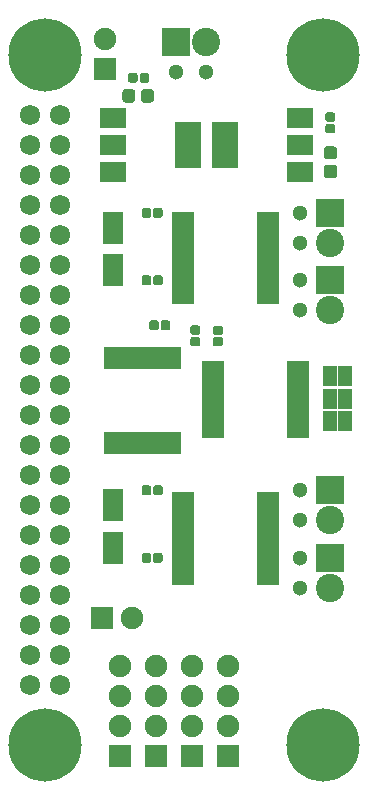
<source format=gts>
G04 #@! TF.GenerationSoftware,KiCad,Pcbnew,(5.0.0)*
G04 #@! TF.CreationDate,2018-10-16T17:28:41+01:00*
G04 #@! TF.ProjectId,Motor_Toshiba_Shield,4D6F746F725F546F73686962615F5368,rev?*
G04 #@! TF.SameCoordinates,Original*
G04 #@! TF.FileFunction,Soldermask,Top*
G04 #@! TF.FilePolarity,Negative*
%FSLAX46Y46*%
G04 Gerber Fmt 4.6, Leading zero omitted, Abs format (unit mm)*
G04 Created by KiCad (PCBNEW (5.0.0)) date 10/16/18 17:28:41*
%MOMM*%
%LPD*%
G01*
G04 APERTURE LIST*
%ADD10R,1.950000X0.650000*%
%ADD11C,0.100000*%
%ADD12C,0.790000*%
%ADD13C,1.075000*%
%ADD14R,1.800000X2.800000*%
%ADD15R,2.400000X2.400000*%
%ADD16C,1.300000*%
%ADD17C,2.400000*%
%ADD18O,1.900000X1.900000*%
%ADD19R,1.900000X1.900000*%
%ADD20R,2.200000X4.000000*%
%ADD21R,2.200000X1.700000*%
%ADD22C,6.200000*%
%ADD23C,1.724000*%
%ADD24R,0.650000X1.950000*%
%ADD25R,1.200000X1.700000*%
G04 APERTURE END LIST*
D10*
G04 #@! TO.C,U3*
X131870000Y-97484000D03*
X131870000Y-96834000D03*
X131870000Y-96184000D03*
X131870000Y-95534000D03*
X131870000Y-94884000D03*
X131870000Y-94234000D03*
X131870000Y-93584000D03*
X131870000Y-92934000D03*
X131870000Y-92284000D03*
X131870000Y-91634000D03*
X124670000Y-91634000D03*
X124670000Y-92284000D03*
X124670000Y-92934000D03*
X124670000Y-93584000D03*
X124670000Y-94234000D03*
X124670000Y-94884000D03*
X124670000Y-95534000D03*
X124670000Y-96184000D03*
X124670000Y-96834000D03*
X124670000Y-97484000D03*
G04 #@! TD*
D11*
G04 #@! TO.C,C1*
G36*
X134861858Y-70240951D02*
X134881030Y-70243795D01*
X134899831Y-70248504D01*
X134918080Y-70255034D01*
X134935601Y-70263321D01*
X134952225Y-70273285D01*
X134967793Y-70284830D01*
X134982154Y-70297846D01*
X134995170Y-70312207D01*
X135006715Y-70327775D01*
X135016679Y-70344399D01*
X135024966Y-70361920D01*
X135031496Y-70380169D01*
X135036205Y-70398970D01*
X135039049Y-70418142D01*
X135040000Y-70437500D01*
X135040000Y-70832500D01*
X135039049Y-70851858D01*
X135036205Y-70871030D01*
X135031496Y-70889831D01*
X135024966Y-70908080D01*
X135016679Y-70925601D01*
X135006715Y-70942225D01*
X134995170Y-70957793D01*
X134982154Y-70972154D01*
X134967793Y-70985170D01*
X134952225Y-70996715D01*
X134935601Y-71006679D01*
X134918080Y-71014966D01*
X134899831Y-71021496D01*
X134881030Y-71026205D01*
X134861858Y-71029049D01*
X134842500Y-71030000D01*
X134397500Y-71030000D01*
X134378142Y-71029049D01*
X134358970Y-71026205D01*
X134340169Y-71021496D01*
X134321920Y-71014966D01*
X134304399Y-71006679D01*
X134287775Y-70996715D01*
X134272207Y-70985170D01*
X134257846Y-70972154D01*
X134244830Y-70957793D01*
X134233285Y-70942225D01*
X134223321Y-70925601D01*
X134215034Y-70908080D01*
X134208504Y-70889831D01*
X134203795Y-70871030D01*
X134200951Y-70851858D01*
X134200000Y-70832500D01*
X134200000Y-70437500D01*
X134200951Y-70418142D01*
X134203795Y-70398970D01*
X134208504Y-70380169D01*
X134215034Y-70361920D01*
X134223321Y-70344399D01*
X134233285Y-70327775D01*
X134244830Y-70312207D01*
X134257846Y-70297846D01*
X134272207Y-70284830D01*
X134287775Y-70273285D01*
X134304399Y-70263321D01*
X134321920Y-70255034D01*
X134340169Y-70248504D01*
X134358970Y-70243795D01*
X134378142Y-70240951D01*
X134397500Y-70240000D01*
X134842500Y-70240000D01*
X134861858Y-70240951D01*
X134861858Y-70240951D01*
G37*
D12*
X134620000Y-70635000D03*
D11*
G36*
X134861858Y-71210951D02*
X134881030Y-71213795D01*
X134899831Y-71218504D01*
X134918080Y-71225034D01*
X134935601Y-71233321D01*
X134952225Y-71243285D01*
X134967793Y-71254830D01*
X134982154Y-71267846D01*
X134995170Y-71282207D01*
X135006715Y-71297775D01*
X135016679Y-71314399D01*
X135024966Y-71331920D01*
X135031496Y-71350169D01*
X135036205Y-71368970D01*
X135039049Y-71388142D01*
X135040000Y-71407500D01*
X135040000Y-71802500D01*
X135039049Y-71821858D01*
X135036205Y-71841030D01*
X135031496Y-71859831D01*
X135024966Y-71878080D01*
X135016679Y-71895601D01*
X135006715Y-71912225D01*
X134995170Y-71927793D01*
X134982154Y-71942154D01*
X134967793Y-71955170D01*
X134952225Y-71966715D01*
X134935601Y-71976679D01*
X134918080Y-71984966D01*
X134899831Y-71991496D01*
X134881030Y-71996205D01*
X134861858Y-71999049D01*
X134842500Y-72000000D01*
X134397500Y-72000000D01*
X134378142Y-71999049D01*
X134358970Y-71996205D01*
X134340169Y-71991496D01*
X134321920Y-71984966D01*
X134304399Y-71976679D01*
X134287775Y-71966715D01*
X134272207Y-71955170D01*
X134257846Y-71942154D01*
X134244830Y-71927793D01*
X134233285Y-71912225D01*
X134223321Y-71895601D01*
X134215034Y-71878080D01*
X134208504Y-71859831D01*
X134203795Y-71841030D01*
X134200951Y-71821858D01*
X134200000Y-71802500D01*
X134200000Y-71407500D01*
X134200951Y-71388142D01*
X134203795Y-71368970D01*
X134208504Y-71350169D01*
X134215034Y-71331920D01*
X134223321Y-71314399D01*
X134233285Y-71297775D01*
X134244830Y-71282207D01*
X134257846Y-71267846D01*
X134272207Y-71254830D01*
X134287775Y-71243285D01*
X134304399Y-71233321D01*
X134321920Y-71225034D01*
X134340169Y-71218504D01*
X134358970Y-71213795D01*
X134378142Y-71210951D01*
X134397500Y-71210000D01*
X134842500Y-71210000D01*
X134861858Y-71210951D01*
X134861858Y-71210951D01*
G37*
D12*
X134620000Y-71605000D03*
G04 #@! TD*
D11*
G04 #@! TO.C,C2*
G36*
X134952592Y-73123794D02*
X134978681Y-73127664D01*
X135004264Y-73134072D01*
X135029096Y-73142957D01*
X135052938Y-73154234D01*
X135075560Y-73167793D01*
X135096743Y-73183503D01*
X135116285Y-73201215D01*
X135133997Y-73220757D01*
X135149707Y-73241940D01*
X135163266Y-73264562D01*
X135174543Y-73288404D01*
X135183428Y-73313236D01*
X135189836Y-73338819D01*
X135193706Y-73364908D01*
X135195000Y-73391250D01*
X135195000Y-73928750D01*
X135193706Y-73955092D01*
X135189836Y-73981181D01*
X135183428Y-74006764D01*
X135174543Y-74031596D01*
X135163266Y-74055438D01*
X135149707Y-74078060D01*
X135133997Y-74099243D01*
X135116285Y-74118785D01*
X135096743Y-74136497D01*
X135075560Y-74152207D01*
X135052938Y-74165766D01*
X135029096Y-74177043D01*
X135004264Y-74185928D01*
X134978681Y-74192336D01*
X134952592Y-74196206D01*
X134926250Y-74197500D01*
X134313750Y-74197500D01*
X134287408Y-74196206D01*
X134261319Y-74192336D01*
X134235736Y-74185928D01*
X134210904Y-74177043D01*
X134187062Y-74165766D01*
X134164440Y-74152207D01*
X134143257Y-74136497D01*
X134123715Y-74118785D01*
X134106003Y-74099243D01*
X134090293Y-74078060D01*
X134076734Y-74055438D01*
X134065457Y-74031596D01*
X134056572Y-74006764D01*
X134050164Y-73981181D01*
X134046294Y-73955092D01*
X134045000Y-73928750D01*
X134045000Y-73391250D01*
X134046294Y-73364908D01*
X134050164Y-73338819D01*
X134056572Y-73313236D01*
X134065457Y-73288404D01*
X134076734Y-73264562D01*
X134090293Y-73241940D01*
X134106003Y-73220757D01*
X134123715Y-73201215D01*
X134143257Y-73183503D01*
X134164440Y-73167793D01*
X134187062Y-73154234D01*
X134210904Y-73142957D01*
X134235736Y-73134072D01*
X134261319Y-73127664D01*
X134287408Y-73123794D01*
X134313750Y-73122500D01*
X134926250Y-73122500D01*
X134952592Y-73123794D01*
X134952592Y-73123794D01*
G37*
D13*
X134620000Y-73660000D03*
D11*
G36*
X134952592Y-74698794D02*
X134978681Y-74702664D01*
X135004264Y-74709072D01*
X135029096Y-74717957D01*
X135052938Y-74729234D01*
X135075560Y-74742793D01*
X135096743Y-74758503D01*
X135116285Y-74776215D01*
X135133997Y-74795757D01*
X135149707Y-74816940D01*
X135163266Y-74839562D01*
X135174543Y-74863404D01*
X135183428Y-74888236D01*
X135189836Y-74913819D01*
X135193706Y-74939908D01*
X135195000Y-74966250D01*
X135195000Y-75503750D01*
X135193706Y-75530092D01*
X135189836Y-75556181D01*
X135183428Y-75581764D01*
X135174543Y-75606596D01*
X135163266Y-75630438D01*
X135149707Y-75653060D01*
X135133997Y-75674243D01*
X135116285Y-75693785D01*
X135096743Y-75711497D01*
X135075560Y-75727207D01*
X135052938Y-75740766D01*
X135029096Y-75752043D01*
X135004264Y-75760928D01*
X134978681Y-75767336D01*
X134952592Y-75771206D01*
X134926250Y-75772500D01*
X134313750Y-75772500D01*
X134287408Y-75771206D01*
X134261319Y-75767336D01*
X134235736Y-75760928D01*
X134210904Y-75752043D01*
X134187062Y-75740766D01*
X134164440Y-75727207D01*
X134143257Y-75711497D01*
X134123715Y-75693785D01*
X134106003Y-75674243D01*
X134090293Y-75653060D01*
X134076734Y-75630438D01*
X134065457Y-75606596D01*
X134056572Y-75581764D01*
X134050164Y-75556181D01*
X134046294Y-75530092D01*
X134045000Y-75503750D01*
X134045000Y-74966250D01*
X134046294Y-74939908D01*
X134050164Y-74913819D01*
X134056572Y-74888236D01*
X134065457Y-74863404D01*
X134076734Y-74839562D01*
X134090293Y-74816940D01*
X134106003Y-74795757D01*
X134123715Y-74776215D01*
X134143257Y-74758503D01*
X134164440Y-74742793D01*
X134187062Y-74729234D01*
X134210904Y-74717957D01*
X134235736Y-74709072D01*
X134261319Y-74702664D01*
X134287408Y-74698794D01*
X134313750Y-74697500D01*
X134926250Y-74697500D01*
X134952592Y-74698794D01*
X134952592Y-74698794D01*
G37*
D13*
X134620000Y-75235000D03*
G04 #@! TD*
D11*
G04 #@! TO.C,C3*
G36*
X119261858Y-107530951D02*
X119281030Y-107533795D01*
X119299831Y-107538504D01*
X119318080Y-107545034D01*
X119335601Y-107553321D01*
X119352225Y-107563285D01*
X119367793Y-107574830D01*
X119382154Y-107587846D01*
X119395170Y-107602207D01*
X119406715Y-107617775D01*
X119416679Y-107634399D01*
X119424966Y-107651920D01*
X119431496Y-107670169D01*
X119436205Y-107688970D01*
X119439049Y-107708142D01*
X119440000Y-107727500D01*
X119440000Y-108172500D01*
X119439049Y-108191858D01*
X119436205Y-108211030D01*
X119431496Y-108229831D01*
X119424966Y-108248080D01*
X119416679Y-108265601D01*
X119406715Y-108282225D01*
X119395170Y-108297793D01*
X119382154Y-108312154D01*
X119367793Y-108325170D01*
X119352225Y-108336715D01*
X119335601Y-108346679D01*
X119318080Y-108354966D01*
X119299831Y-108361496D01*
X119281030Y-108366205D01*
X119261858Y-108369049D01*
X119242500Y-108370000D01*
X118847500Y-108370000D01*
X118828142Y-108369049D01*
X118808970Y-108366205D01*
X118790169Y-108361496D01*
X118771920Y-108354966D01*
X118754399Y-108346679D01*
X118737775Y-108336715D01*
X118722207Y-108325170D01*
X118707846Y-108312154D01*
X118694830Y-108297793D01*
X118683285Y-108282225D01*
X118673321Y-108265601D01*
X118665034Y-108248080D01*
X118658504Y-108229831D01*
X118653795Y-108211030D01*
X118650951Y-108191858D01*
X118650000Y-108172500D01*
X118650000Y-107727500D01*
X118650951Y-107708142D01*
X118653795Y-107688970D01*
X118658504Y-107670169D01*
X118665034Y-107651920D01*
X118673321Y-107634399D01*
X118683285Y-107617775D01*
X118694830Y-107602207D01*
X118707846Y-107587846D01*
X118722207Y-107574830D01*
X118737775Y-107563285D01*
X118754399Y-107553321D01*
X118771920Y-107545034D01*
X118790169Y-107538504D01*
X118808970Y-107533795D01*
X118828142Y-107530951D01*
X118847500Y-107530000D01*
X119242500Y-107530000D01*
X119261858Y-107530951D01*
X119261858Y-107530951D01*
G37*
D12*
X119045000Y-107950000D03*
D11*
G36*
X120231858Y-107530951D02*
X120251030Y-107533795D01*
X120269831Y-107538504D01*
X120288080Y-107545034D01*
X120305601Y-107553321D01*
X120322225Y-107563285D01*
X120337793Y-107574830D01*
X120352154Y-107587846D01*
X120365170Y-107602207D01*
X120376715Y-107617775D01*
X120386679Y-107634399D01*
X120394966Y-107651920D01*
X120401496Y-107670169D01*
X120406205Y-107688970D01*
X120409049Y-107708142D01*
X120410000Y-107727500D01*
X120410000Y-108172500D01*
X120409049Y-108191858D01*
X120406205Y-108211030D01*
X120401496Y-108229831D01*
X120394966Y-108248080D01*
X120386679Y-108265601D01*
X120376715Y-108282225D01*
X120365170Y-108297793D01*
X120352154Y-108312154D01*
X120337793Y-108325170D01*
X120322225Y-108336715D01*
X120305601Y-108346679D01*
X120288080Y-108354966D01*
X120269831Y-108361496D01*
X120251030Y-108366205D01*
X120231858Y-108369049D01*
X120212500Y-108370000D01*
X119817500Y-108370000D01*
X119798142Y-108369049D01*
X119778970Y-108366205D01*
X119760169Y-108361496D01*
X119741920Y-108354966D01*
X119724399Y-108346679D01*
X119707775Y-108336715D01*
X119692207Y-108325170D01*
X119677846Y-108312154D01*
X119664830Y-108297793D01*
X119653285Y-108282225D01*
X119643321Y-108265601D01*
X119635034Y-108248080D01*
X119628504Y-108229831D01*
X119623795Y-108211030D01*
X119620951Y-108191858D01*
X119620000Y-108172500D01*
X119620000Y-107727500D01*
X119620951Y-107708142D01*
X119623795Y-107688970D01*
X119628504Y-107670169D01*
X119635034Y-107651920D01*
X119643321Y-107634399D01*
X119653285Y-107617775D01*
X119664830Y-107602207D01*
X119677846Y-107587846D01*
X119692207Y-107574830D01*
X119707775Y-107563285D01*
X119724399Y-107553321D01*
X119741920Y-107545034D01*
X119760169Y-107538504D01*
X119778970Y-107533795D01*
X119798142Y-107530951D01*
X119817500Y-107530000D01*
X120212500Y-107530000D01*
X120231858Y-107530951D01*
X120231858Y-107530951D01*
G37*
D12*
X120015000Y-107950000D03*
G04 #@! TD*
D11*
G04 #@! TO.C,C4*
G36*
X120231858Y-84035951D02*
X120251030Y-84038795D01*
X120269831Y-84043504D01*
X120288080Y-84050034D01*
X120305601Y-84058321D01*
X120322225Y-84068285D01*
X120337793Y-84079830D01*
X120352154Y-84092846D01*
X120365170Y-84107207D01*
X120376715Y-84122775D01*
X120386679Y-84139399D01*
X120394966Y-84156920D01*
X120401496Y-84175169D01*
X120406205Y-84193970D01*
X120409049Y-84213142D01*
X120410000Y-84232500D01*
X120410000Y-84677500D01*
X120409049Y-84696858D01*
X120406205Y-84716030D01*
X120401496Y-84734831D01*
X120394966Y-84753080D01*
X120386679Y-84770601D01*
X120376715Y-84787225D01*
X120365170Y-84802793D01*
X120352154Y-84817154D01*
X120337793Y-84830170D01*
X120322225Y-84841715D01*
X120305601Y-84851679D01*
X120288080Y-84859966D01*
X120269831Y-84866496D01*
X120251030Y-84871205D01*
X120231858Y-84874049D01*
X120212500Y-84875000D01*
X119817500Y-84875000D01*
X119798142Y-84874049D01*
X119778970Y-84871205D01*
X119760169Y-84866496D01*
X119741920Y-84859966D01*
X119724399Y-84851679D01*
X119707775Y-84841715D01*
X119692207Y-84830170D01*
X119677846Y-84817154D01*
X119664830Y-84802793D01*
X119653285Y-84787225D01*
X119643321Y-84770601D01*
X119635034Y-84753080D01*
X119628504Y-84734831D01*
X119623795Y-84716030D01*
X119620951Y-84696858D01*
X119620000Y-84677500D01*
X119620000Y-84232500D01*
X119620951Y-84213142D01*
X119623795Y-84193970D01*
X119628504Y-84175169D01*
X119635034Y-84156920D01*
X119643321Y-84139399D01*
X119653285Y-84122775D01*
X119664830Y-84107207D01*
X119677846Y-84092846D01*
X119692207Y-84079830D01*
X119707775Y-84068285D01*
X119724399Y-84058321D01*
X119741920Y-84050034D01*
X119760169Y-84043504D01*
X119778970Y-84038795D01*
X119798142Y-84035951D01*
X119817500Y-84035000D01*
X120212500Y-84035000D01*
X120231858Y-84035951D01*
X120231858Y-84035951D01*
G37*
D12*
X120015000Y-84455000D03*
D11*
G36*
X119261858Y-84035951D02*
X119281030Y-84038795D01*
X119299831Y-84043504D01*
X119318080Y-84050034D01*
X119335601Y-84058321D01*
X119352225Y-84068285D01*
X119367793Y-84079830D01*
X119382154Y-84092846D01*
X119395170Y-84107207D01*
X119406715Y-84122775D01*
X119416679Y-84139399D01*
X119424966Y-84156920D01*
X119431496Y-84175169D01*
X119436205Y-84193970D01*
X119439049Y-84213142D01*
X119440000Y-84232500D01*
X119440000Y-84677500D01*
X119439049Y-84696858D01*
X119436205Y-84716030D01*
X119431496Y-84734831D01*
X119424966Y-84753080D01*
X119416679Y-84770601D01*
X119406715Y-84787225D01*
X119395170Y-84802793D01*
X119382154Y-84817154D01*
X119367793Y-84830170D01*
X119352225Y-84841715D01*
X119335601Y-84851679D01*
X119318080Y-84859966D01*
X119299831Y-84866496D01*
X119281030Y-84871205D01*
X119261858Y-84874049D01*
X119242500Y-84875000D01*
X118847500Y-84875000D01*
X118828142Y-84874049D01*
X118808970Y-84871205D01*
X118790169Y-84866496D01*
X118771920Y-84859966D01*
X118754399Y-84851679D01*
X118737775Y-84841715D01*
X118722207Y-84830170D01*
X118707846Y-84817154D01*
X118694830Y-84802793D01*
X118683285Y-84787225D01*
X118673321Y-84770601D01*
X118665034Y-84753080D01*
X118658504Y-84734831D01*
X118653795Y-84716030D01*
X118650951Y-84696858D01*
X118650000Y-84677500D01*
X118650000Y-84232500D01*
X118650951Y-84213142D01*
X118653795Y-84193970D01*
X118658504Y-84175169D01*
X118665034Y-84156920D01*
X118673321Y-84139399D01*
X118683285Y-84122775D01*
X118694830Y-84107207D01*
X118707846Y-84092846D01*
X118722207Y-84079830D01*
X118737775Y-84068285D01*
X118754399Y-84058321D01*
X118771920Y-84050034D01*
X118790169Y-84043504D01*
X118808970Y-84038795D01*
X118828142Y-84035951D01*
X118847500Y-84035000D01*
X119242500Y-84035000D01*
X119261858Y-84035951D01*
X119261858Y-84035951D01*
G37*
D12*
X119045000Y-84455000D03*
G04 #@! TD*
D14*
G04 #@! TO.C,C5*
X116205000Y-103505000D03*
X116205000Y-107105000D03*
G04 #@! TD*
G04 #@! TO.C,C6*
X116205000Y-83610000D03*
X116205000Y-80010000D03*
G04 #@! TD*
D11*
G04 #@! TO.C,C9*
G36*
X119261858Y-101815951D02*
X119281030Y-101818795D01*
X119299831Y-101823504D01*
X119318080Y-101830034D01*
X119335601Y-101838321D01*
X119352225Y-101848285D01*
X119367793Y-101859830D01*
X119382154Y-101872846D01*
X119395170Y-101887207D01*
X119406715Y-101902775D01*
X119416679Y-101919399D01*
X119424966Y-101936920D01*
X119431496Y-101955169D01*
X119436205Y-101973970D01*
X119439049Y-101993142D01*
X119440000Y-102012500D01*
X119440000Y-102457500D01*
X119439049Y-102476858D01*
X119436205Y-102496030D01*
X119431496Y-102514831D01*
X119424966Y-102533080D01*
X119416679Y-102550601D01*
X119406715Y-102567225D01*
X119395170Y-102582793D01*
X119382154Y-102597154D01*
X119367793Y-102610170D01*
X119352225Y-102621715D01*
X119335601Y-102631679D01*
X119318080Y-102639966D01*
X119299831Y-102646496D01*
X119281030Y-102651205D01*
X119261858Y-102654049D01*
X119242500Y-102655000D01*
X118847500Y-102655000D01*
X118828142Y-102654049D01*
X118808970Y-102651205D01*
X118790169Y-102646496D01*
X118771920Y-102639966D01*
X118754399Y-102631679D01*
X118737775Y-102621715D01*
X118722207Y-102610170D01*
X118707846Y-102597154D01*
X118694830Y-102582793D01*
X118683285Y-102567225D01*
X118673321Y-102550601D01*
X118665034Y-102533080D01*
X118658504Y-102514831D01*
X118653795Y-102496030D01*
X118650951Y-102476858D01*
X118650000Y-102457500D01*
X118650000Y-102012500D01*
X118650951Y-101993142D01*
X118653795Y-101973970D01*
X118658504Y-101955169D01*
X118665034Y-101936920D01*
X118673321Y-101919399D01*
X118683285Y-101902775D01*
X118694830Y-101887207D01*
X118707846Y-101872846D01*
X118722207Y-101859830D01*
X118737775Y-101848285D01*
X118754399Y-101838321D01*
X118771920Y-101830034D01*
X118790169Y-101823504D01*
X118808970Y-101818795D01*
X118828142Y-101815951D01*
X118847500Y-101815000D01*
X119242500Y-101815000D01*
X119261858Y-101815951D01*
X119261858Y-101815951D01*
G37*
D12*
X119045000Y-102235000D03*
D11*
G36*
X120231858Y-101815951D02*
X120251030Y-101818795D01*
X120269831Y-101823504D01*
X120288080Y-101830034D01*
X120305601Y-101838321D01*
X120322225Y-101848285D01*
X120337793Y-101859830D01*
X120352154Y-101872846D01*
X120365170Y-101887207D01*
X120376715Y-101902775D01*
X120386679Y-101919399D01*
X120394966Y-101936920D01*
X120401496Y-101955169D01*
X120406205Y-101973970D01*
X120409049Y-101993142D01*
X120410000Y-102012500D01*
X120410000Y-102457500D01*
X120409049Y-102476858D01*
X120406205Y-102496030D01*
X120401496Y-102514831D01*
X120394966Y-102533080D01*
X120386679Y-102550601D01*
X120376715Y-102567225D01*
X120365170Y-102582793D01*
X120352154Y-102597154D01*
X120337793Y-102610170D01*
X120322225Y-102621715D01*
X120305601Y-102631679D01*
X120288080Y-102639966D01*
X120269831Y-102646496D01*
X120251030Y-102651205D01*
X120231858Y-102654049D01*
X120212500Y-102655000D01*
X119817500Y-102655000D01*
X119798142Y-102654049D01*
X119778970Y-102651205D01*
X119760169Y-102646496D01*
X119741920Y-102639966D01*
X119724399Y-102631679D01*
X119707775Y-102621715D01*
X119692207Y-102610170D01*
X119677846Y-102597154D01*
X119664830Y-102582793D01*
X119653285Y-102567225D01*
X119643321Y-102550601D01*
X119635034Y-102533080D01*
X119628504Y-102514831D01*
X119623795Y-102496030D01*
X119620951Y-102476858D01*
X119620000Y-102457500D01*
X119620000Y-102012500D01*
X119620951Y-101993142D01*
X119623795Y-101973970D01*
X119628504Y-101955169D01*
X119635034Y-101936920D01*
X119643321Y-101919399D01*
X119653285Y-101902775D01*
X119664830Y-101887207D01*
X119677846Y-101872846D01*
X119692207Y-101859830D01*
X119707775Y-101848285D01*
X119724399Y-101838321D01*
X119741920Y-101830034D01*
X119760169Y-101823504D01*
X119778970Y-101818795D01*
X119798142Y-101815951D01*
X119817500Y-101815000D01*
X120212500Y-101815000D01*
X120231858Y-101815951D01*
X120231858Y-101815951D01*
G37*
D12*
X120015000Y-102235000D03*
G04 #@! TD*
D11*
G04 #@! TO.C,C10*
G36*
X120231858Y-78320951D02*
X120251030Y-78323795D01*
X120269831Y-78328504D01*
X120288080Y-78335034D01*
X120305601Y-78343321D01*
X120322225Y-78353285D01*
X120337793Y-78364830D01*
X120352154Y-78377846D01*
X120365170Y-78392207D01*
X120376715Y-78407775D01*
X120386679Y-78424399D01*
X120394966Y-78441920D01*
X120401496Y-78460169D01*
X120406205Y-78478970D01*
X120409049Y-78498142D01*
X120410000Y-78517500D01*
X120410000Y-78962500D01*
X120409049Y-78981858D01*
X120406205Y-79001030D01*
X120401496Y-79019831D01*
X120394966Y-79038080D01*
X120386679Y-79055601D01*
X120376715Y-79072225D01*
X120365170Y-79087793D01*
X120352154Y-79102154D01*
X120337793Y-79115170D01*
X120322225Y-79126715D01*
X120305601Y-79136679D01*
X120288080Y-79144966D01*
X120269831Y-79151496D01*
X120251030Y-79156205D01*
X120231858Y-79159049D01*
X120212500Y-79160000D01*
X119817500Y-79160000D01*
X119798142Y-79159049D01*
X119778970Y-79156205D01*
X119760169Y-79151496D01*
X119741920Y-79144966D01*
X119724399Y-79136679D01*
X119707775Y-79126715D01*
X119692207Y-79115170D01*
X119677846Y-79102154D01*
X119664830Y-79087793D01*
X119653285Y-79072225D01*
X119643321Y-79055601D01*
X119635034Y-79038080D01*
X119628504Y-79019831D01*
X119623795Y-79001030D01*
X119620951Y-78981858D01*
X119620000Y-78962500D01*
X119620000Y-78517500D01*
X119620951Y-78498142D01*
X119623795Y-78478970D01*
X119628504Y-78460169D01*
X119635034Y-78441920D01*
X119643321Y-78424399D01*
X119653285Y-78407775D01*
X119664830Y-78392207D01*
X119677846Y-78377846D01*
X119692207Y-78364830D01*
X119707775Y-78353285D01*
X119724399Y-78343321D01*
X119741920Y-78335034D01*
X119760169Y-78328504D01*
X119778970Y-78323795D01*
X119798142Y-78320951D01*
X119817500Y-78320000D01*
X120212500Y-78320000D01*
X120231858Y-78320951D01*
X120231858Y-78320951D01*
G37*
D12*
X120015000Y-78740000D03*
D11*
G36*
X119261858Y-78320951D02*
X119281030Y-78323795D01*
X119299831Y-78328504D01*
X119318080Y-78335034D01*
X119335601Y-78343321D01*
X119352225Y-78353285D01*
X119367793Y-78364830D01*
X119382154Y-78377846D01*
X119395170Y-78392207D01*
X119406715Y-78407775D01*
X119416679Y-78424399D01*
X119424966Y-78441920D01*
X119431496Y-78460169D01*
X119436205Y-78478970D01*
X119439049Y-78498142D01*
X119440000Y-78517500D01*
X119440000Y-78962500D01*
X119439049Y-78981858D01*
X119436205Y-79001030D01*
X119431496Y-79019831D01*
X119424966Y-79038080D01*
X119416679Y-79055601D01*
X119406715Y-79072225D01*
X119395170Y-79087793D01*
X119382154Y-79102154D01*
X119367793Y-79115170D01*
X119352225Y-79126715D01*
X119335601Y-79136679D01*
X119318080Y-79144966D01*
X119299831Y-79151496D01*
X119281030Y-79156205D01*
X119261858Y-79159049D01*
X119242500Y-79160000D01*
X118847500Y-79160000D01*
X118828142Y-79159049D01*
X118808970Y-79156205D01*
X118790169Y-79151496D01*
X118771920Y-79144966D01*
X118754399Y-79136679D01*
X118737775Y-79126715D01*
X118722207Y-79115170D01*
X118707846Y-79102154D01*
X118694830Y-79087793D01*
X118683285Y-79072225D01*
X118673321Y-79055601D01*
X118665034Y-79038080D01*
X118658504Y-79019831D01*
X118653795Y-79001030D01*
X118650951Y-78981858D01*
X118650000Y-78962500D01*
X118650000Y-78517500D01*
X118650951Y-78498142D01*
X118653795Y-78478970D01*
X118658504Y-78460169D01*
X118665034Y-78441920D01*
X118673321Y-78424399D01*
X118683285Y-78407775D01*
X118694830Y-78392207D01*
X118707846Y-78377846D01*
X118722207Y-78364830D01*
X118737775Y-78353285D01*
X118754399Y-78343321D01*
X118771920Y-78335034D01*
X118790169Y-78328504D01*
X118808970Y-78323795D01*
X118828142Y-78320951D01*
X118847500Y-78320000D01*
X119242500Y-78320000D01*
X119261858Y-78320951D01*
X119261858Y-78320951D01*
G37*
D12*
X119045000Y-78740000D03*
G04 #@! TD*
D11*
G04 #@! TO.C,C11*
G36*
X123431858Y-89244951D02*
X123451030Y-89247795D01*
X123469831Y-89252504D01*
X123488080Y-89259034D01*
X123505601Y-89267321D01*
X123522225Y-89277285D01*
X123537793Y-89288830D01*
X123552154Y-89301846D01*
X123565170Y-89316207D01*
X123576715Y-89331775D01*
X123586679Y-89348399D01*
X123594966Y-89365920D01*
X123601496Y-89384169D01*
X123606205Y-89402970D01*
X123609049Y-89422142D01*
X123610000Y-89441500D01*
X123610000Y-89836500D01*
X123609049Y-89855858D01*
X123606205Y-89875030D01*
X123601496Y-89893831D01*
X123594966Y-89912080D01*
X123586679Y-89929601D01*
X123576715Y-89946225D01*
X123565170Y-89961793D01*
X123552154Y-89976154D01*
X123537793Y-89989170D01*
X123522225Y-90000715D01*
X123505601Y-90010679D01*
X123488080Y-90018966D01*
X123469831Y-90025496D01*
X123451030Y-90030205D01*
X123431858Y-90033049D01*
X123412500Y-90034000D01*
X122967500Y-90034000D01*
X122948142Y-90033049D01*
X122928970Y-90030205D01*
X122910169Y-90025496D01*
X122891920Y-90018966D01*
X122874399Y-90010679D01*
X122857775Y-90000715D01*
X122842207Y-89989170D01*
X122827846Y-89976154D01*
X122814830Y-89961793D01*
X122803285Y-89946225D01*
X122793321Y-89929601D01*
X122785034Y-89912080D01*
X122778504Y-89893831D01*
X122773795Y-89875030D01*
X122770951Y-89855858D01*
X122770000Y-89836500D01*
X122770000Y-89441500D01*
X122770951Y-89422142D01*
X122773795Y-89402970D01*
X122778504Y-89384169D01*
X122785034Y-89365920D01*
X122793321Y-89348399D01*
X122803285Y-89331775D01*
X122814830Y-89316207D01*
X122827846Y-89301846D01*
X122842207Y-89288830D01*
X122857775Y-89277285D01*
X122874399Y-89267321D01*
X122891920Y-89259034D01*
X122910169Y-89252504D01*
X122928970Y-89247795D01*
X122948142Y-89244951D01*
X122967500Y-89244000D01*
X123412500Y-89244000D01*
X123431858Y-89244951D01*
X123431858Y-89244951D01*
G37*
D12*
X123190000Y-89639000D03*
D11*
G36*
X123431858Y-88274951D02*
X123451030Y-88277795D01*
X123469831Y-88282504D01*
X123488080Y-88289034D01*
X123505601Y-88297321D01*
X123522225Y-88307285D01*
X123537793Y-88318830D01*
X123552154Y-88331846D01*
X123565170Y-88346207D01*
X123576715Y-88361775D01*
X123586679Y-88378399D01*
X123594966Y-88395920D01*
X123601496Y-88414169D01*
X123606205Y-88432970D01*
X123609049Y-88452142D01*
X123610000Y-88471500D01*
X123610000Y-88866500D01*
X123609049Y-88885858D01*
X123606205Y-88905030D01*
X123601496Y-88923831D01*
X123594966Y-88942080D01*
X123586679Y-88959601D01*
X123576715Y-88976225D01*
X123565170Y-88991793D01*
X123552154Y-89006154D01*
X123537793Y-89019170D01*
X123522225Y-89030715D01*
X123505601Y-89040679D01*
X123488080Y-89048966D01*
X123469831Y-89055496D01*
X123451030Y-89060205D01*
X123431858Y-89063049D01*
X123412500Y-89064000D01*
X122967500Y-89064000D01*
X122948142Y-89063049D01*
X122928970Y-89060205D01*
X122910169Y-89055496D01*
X122891920Y-89048966D01*
X122874399Y-89040679D01*
X122857775Y-89030715D01*
X122842207Y-89019170D01*
X122827846Y-89006154D01*
X122814830Y-88991793D01*
X122803285Y-88976225D01*
X122793321Y-88959601D01*
X122785034Y-88942080D01*
X122778504Y-88923831D01*
X122773795Y-88905030D01*
X122770951Y-88885858D01*
X122770000Y-88866500D01*
X122770000Y-88471500D01*
X122770951Y-88452142D01*
X122773795Y-88432970D01*
X122778504Y-88414169D01*
X122785034Y-88395920D01*
X122793321Y-88378399D01*
X122803285Y-88361775D01*
X122814830Y-88346207D01*
X122827846Y-88331846D01*
X122842207Y-88318830D01*
X122857775Y-88307285D01*
X122874399Y-88297321D01*
X122891920Y-88289034D01*
X122910169Y-88282504D01*
X122928970Y-88277795D01*
X122948142Y-88274951D01*
X122967500Y-88274000D01*
X123412500Y-88274000D01*
X123431858Y-88274951D01*
X123431858Y-88274951D01*
G37*
D12*
X123190000Y-88669000D03*
G04 #@! TD*
D11*
G04 #@! TO.C,D1*
G36*
X117846092Y-68260294D02*
X117872181Y-68264164D01*
X117897764Y-68270572D01*
X117922596Y-68279457D01*
X117946438Y-68290734D01*
X117969060Y-68304293D01*
X117990243Y-68320003D01*
X118009785Y-68337715D01*
X118027497Y-68357257D01*
X118043207Y-68378440D01*
X118056766Y-68401062D01*
X118068043Y-68424904D01*
X118076928Y-68449736D01*
X118083336Y-68475319D01*
X118087206Y-68501408D01*
X118088500Y-68527750D01*
X118088500Y-69140250D01*
X118087206Y-69166592D01*
X118083336Y-69192681D01*
X118076928Y-69218264D01*
X118068043Y-69243096D01*
X118056766Y-69266938D01*
X118043207Y-69289560D01*
X118027497Y-69310743D01*
X118009785Y-69330285D01*
X117990243Y-69347997D01*
X117969060Y-69363707D01*
X117946438Y-69377266D01*
X117922596Y-69388543D01*
X117897764Y-69397428D01*
X117872181Y-69403836D01*
X117846092Y-69407706D01*
X117819750Y-69409000D01*
X117282250Y-69409000D01*
X117255908Y-69407706D01*
X117229819Y-69403836D01*
X117204236Y-69397428D01*
X117179404Y-69388543D01*
X117155562Y-69377266D01*
X117132940Y-69363707D01*
X117111757Y-69347997D01*
X117092215Y-69330285D01*
X117074503Y-69310743D01*
X117058793Y-69289560D01*
X117045234Y-69266938D01*
X117033957Y-69243096D01*
X117025072Y-69218264D01*
X117018664Y-69192681D01*
X117014794Y-69166592D01*
X117013500Y-69140250D01*
X117013500Y-68527750D01*
X117014794Y-68501408D01*
X117018664Y-68475319D01*
X117025072Y-68449736D01*
X117033957Y-68424904D01*
X117045234Y-68401062D01*
X117058793Y-68378440D01*
X117074503Y-68357257D01*
X117092215Y-68337715D01*
X117111757Y-68320003D01*
X117132940Y-68304293D01*
X117155562Y-68290734D01*
X117179404Y-68279457D01*
X117204236Y-68270572D01*
X117229819Y-68264164D01*
X117255908Y-68260294D01*
X117282250Y-68259000D01*
X117819750Y-68259000D01*
X117846092Y-68260294D01*
X117846092Y-68260294D01*
G37*
D13*
X117551000Y-68834000D03*
D11*
G36*
X119421092Y-68260294D02*
X119447181Y-68264164D01*
X119472764Y-68270572D01*
X119497596Y-68279457D01*
X119521438Y-68290734D01*
X119544060Y-68304293D01*
X119565243Y-68320003D01*
X119584785Y-68337715D01*
X119602497Y-68357257D01*
X119618207Y-68378440D01*
X119631766Y-68401062D01*
X119643043Y-68424904D01*
X119651928Y-68449736D01*
X119658336Y-68475319D01*
X119662206Y-68501408D01*
X119663500Y-68527750D01*
X119663500Y-69140250D01*
X119662206Y-69166592D01*
X119658336Y-69192681D01*
X119651928Y-69218264D01*
X119643043Y-69243096D01*
X119631766Y-69266938D01*
X119618207Y-69289560D01*
X119602497Y-69310743D01*
X119584785Y-69330285D01*
X119565243Y-69347997D01*
X119544060Y-69363707D01*
X119521438Y-69377266D01*
X119497596Y-69388543D01*
X119472764Y-69397428D01*
X119447181Y-69403836D01*
X119421092Y-69407706D01*
X119394750Y-69409000D01*
X118857250Y-69409000D01*
X118830908Y-69407706D01*
X118804819Y-69403836D01*
X118779236Y-69397428D01*
X118754404Y-69388543D01*
X118730562Y-69377266D01*
X118707940Y-69363707D01*
X118686757Y-69347997D01*
X118667215Y-69330285D01*
X118649503Y-69310743D01*
X118633793Y-69289560D01*
X118620234Y-69266938D01*
X118608957Y-69243096D01*
X118600072Y-69218264D01*
X118593664Y-69192681D01*
X118589794Y-69166592D01*
X118588500Y-69140250D01*
X118588500Y-68527750D01*
X118589794Y-68501408D01*
X118593664Y-68475319D01*
X118600072Y-68449736D01*
X118608957Y-68424904D01*
X118620234Y-68401062D01*
X118633793Y-68378440D01*
X118649503Y-68357257D01*
X118667215Y-68337715D01*
X118686757Y-68320003D01*
X118707940Y-68304293D01*
X118730562Y-68290734D01*
X118754404Y-68279457D01*
X118779236Y-68270572D01*
X118804819Y-68264164D01*
X118830908Y-68260294D01*
X118857250Y-68259000D01*
X119394750Y-68259000D01*
X119421092Y-68260294D01*
X119421092Y-68260294D01*
G37*
D13*
X119126000Y-68834000D03*
G04 #@! TD*
D15*
G04 #@! TO.C,J1*
X121539000Y-64262000D03*
D16*
X121539000Y-66802000D03*
D17*
X124079000Y-64262000D03*
D16*
X124079000Y-66802000D03*
G04 #@! TD*
D18*
G04 #@! TO.C,J2*
X115570000Y-64008000D03*
D19*
X115570000Y-66548000D03*
G04 #@! TD*
D16*
G04 #@! TO.C,J3*
X132080000Y-110490000D03*
D17*
X134620000Y-110490000D03*
D16*
X132080000Y-107950000D03*
D15*
X134620000Y-107950000D03*
G04 #@! TD*
G04 #@! TO.C,J4*
X134620000Y-102235000D03*
D16*
X132080000Y-102235000D03*
D17*
X134620000Y-104775000D03*
D16*
X132080000Y-104775000D03*
G04 #@! TD*
G04 #@! TO.C,J5*
X132080000Y-86995000D03*
D17*
X134620000Y-86995000D03*
D16*
X132080000Y-84455000D03*
D15*
X134620000Y-84455000D03*
G04 #@! TD*
G04 #@! TO.C,J6*
X134620000Y-78740000D03*
D16*
X132080000Y-78740000D03*
D17*
X134620000Y-81280000D03*
D16*
X132080000Y-81280000D03*
G04 #@! TD*
D19*
G04 #@! TO.C,J7*
X115316000Y-113030000D03*
D18*
X117856000Y-113030000D03*
G04 #@! TD*
D20*
G04 #@! TO.C,Q1*
X122555000Y-73025000D03*
D21*
X116255000Y-73025000D03*
X116255000Y-75325000D03*
X116255000Y-70725000D03*
G04 #@! TD*
D11*
G04 #@! TO.C,R1*
G36*
X119088858Y-66890951D02*
X119108030Y-66893795D01*
X119126831Y-66898504D01*
X119145080Y-66905034D01*
X119162601Y-66913321D01*
X119179225Y-66923285D01*
X119194793Y-66934830D01*
X119209154Y-66947846D01*
X119222170Y-66962207D01*
X119233715Y-66977775D01*
X119243679Y-66994399D01*
X119251966Y-67011920D01*
X119258496Y-67030169D01*
X119263205Y-67048970D01*
X119266049Y-67068142D01*
X119267000Y-67087500D01*
X119267000Y-67532500D01*
X119266049Y-67551858D01*
X119263205Y-67571030D01*
X119258496Y-67589831D01*
X119251966Y-67608080D01*
X119243679Y-67625601D01*
X119233715Y-67642225D01*
X119222170Y-67657793D01*
X119209154Y-67672154D01*
X119194793Y-67685170D01*
X119179225Y-67696715D01*
X119162601Y-67706679D01*
X119145080Y-67714966D01*
X119126831Y-67721496D01*
X119108030Y-67726205D01*
X119088858Y-67729049D01*
X119069500Y-67730000D01*
X118674500Y-67730000D01*
X118655142Y-67729049D01*
X118635970Y-67726205D01*
X118617169Y-67721496D01*
X118598920Y-67714966D01*
X118581399Y-67706679D01*
X118564775Y-67696715D01*
X118549207Y-67685170D01*
X118534846Y-67672154D01*
X118521830Y-67657793D01*
X118510285Y-67642225D01*
X118500321Y-67625601D01*
X118492034Y-67608080D01*
X118485504Y-67589831D01*
X118480795Y-67571030D01*
X118477951Y-67551858D01*
X118477000Y-67532500D01*
X118477000Y-67087500D01*
X118477951Y-67068142D01*
X118480795Y-67048970D01*
X118485504Y-67030169D01*
X118492034Y-67011920D01*
X118500321Y-66994399D01*
X118510285Y-66977775D01*
X118521830Y-66962207D01*
X118534846Y-66947846D01*
X118549207Y-66934830D01*
X118564775Y-66923285D01*
X118581399Y-66913321D01*
X118598920Y-66905034D01*
X118617169Y-66898504D01*
X118635970Y-66893795D01*
X118655142Y-66890951D01*
X118674500Y-66890000D01*
X119069500Y-66890000D01*
X119088858Y-66890951D01*
X119088858Y-66890951D01*
G37*
D12*
X118872000Y-67310000D03*
D11*
G36*
X118118858Y-66890951D02*
X118138030Y-66893795D01*
X118156831Y-66898504D01*
X118175080Y-66905034D01*
X118192601Y-66913321D01*
X118209225Y-66923285D01*
X118224793Y-66934830D01*
X118239154Y-66947846D01*
X118252170Y-66962207D01*
X118263715Y-66977775D01*
X118273679Y-66994399D01*
X118281966Y-67011920D01*
X118288496Y-67030169D01*
X118293205Y-67048970D01*
X118296049Y-67068142D01*
X118297000Y-67087500D01*
X118297000Y-67532500D01*
X118296049Y-67551858D01*
X118293205Y-67571030D01*
X118288496Y-67589831D01*
X118281966Y-67608080D01*
X118273679Y-67625601D01*
X118263715Y-67642225D01*
X118252170Y-67657793D01*
X118239154Y-67672154D01*
X118224793Y-67685170D01*
X118209225Y-67696715D01*
X118192601Y-67706679D01*
X118175080Y-67714966D01*
X118156831Y-67721496D01*
X118138030Y-67726205D01*
X118118858Y-67729049D01*
X118099500Y-67730000D01*
X117704500Y-67730000D01*
X117685142Y-67729049D01*
X117665970Y-67726205D01*
X117647169Y-67721496D01*
X117628920Y-67714966D01*
X117611399Y-67706679D01*
X117594775Y-67696715D01*
X117579207Y-67685170D01*
X117564846Y-67672154D01*
X117551830Y-67657793D01*
X117540285Y-67642225D01*
X117530321Y-67625601D01*
X117522034Y-67608080D01*
X117515504Y-67589831D01*
X117510795Y-67571030D01*
X117507951Y-67551858D01*
X117507000Y-67532500D01*
X117507000Y-67087500D01*
X117507951Y-67068142D01*
X117510795Y-67048970D01*
X117515504Y-67030169D01*
X117522034Y-67011920D01*
X117530321Y-66994399D01*
X117540285Y-66977775D01*
X117551830Y-66962207D01*
X117564846Y-66947846D01*
X117579207Y-66934830D01*
X117594775Y-66923285D01*
X117611399Y-66913321D01*
X117628920Y-66905034D01*
X117647169Y-66898504D01*
X117665970Y-66893795D01*
X117685142Y-66890951D01*
X117704500Y-66890000D01*
X118099500Y-66890000D01*
X118118858Y-66890951D01*
X118118858Y-66890951D01*
G37*
D12*
X117902000Y-67310000D03*
G04 #@! TD*
D11*
G04 #@! TO.C,R2*
G36*
X125336858Y-89267951D02*
X125356030Y-89270795D01*
X125374831Y-89275504D01*
X125393080Y-89282034D01*
X125410601Y-89290321D01*
X125427225Y-89300285D01*
X125442793Y-89311830D01*
X125457154Y-89324846D01*
X125470170Y-89339207D01*
X125481715Y-89354775D01*
X125491679Y-89371399D01*
X125499966Y-89388920D01*
X125506496Y-89407169D01*
X125511205Y-89425970D01*
X125514049Y-89445142D01*
X125515000Y-89464500D01*
X125515000Y-89859500D01*
X125514049Y-89878858D01*
X125511205Y-89898030D01*
X125506496Y-89916831D01*
X125499966Y-89935080D01*
X125491679Y-89952601D01*
X125481715Y-89969225D01*
X125470170Y-89984793D01*
X125457154Y-89999154D01*
X125442793Y-90012170D01*
X125427225Y-90023715D01*
X125410601Y-90033679D01*
X125393080Y-90041966D01*
X125374831Y-90048496D01*
X125356030Y-90053205D01*
X125336858Y-90056049D01*
X125317500Y-90057000D01*
X124872500Y-90057000D01*
X124853142Y-90056049D01*
X124833970Y-90053205D01*
X124815169Y-90048496D01*
X124796920Y-90041966D01*
X124779399Y-90033679D01*
X124762775Y-90023715D01*
X124747207Y-90012170D01*
X124732846Y-89999154D01*
X124719830Y-89984793D01*
X124708285Y-89969225D01*
X124698321Y-89952601D01*
X124690034Y-89935080D01*
X124683504Y-89916831D01*
X124678795Y-89898030D01*
X124675951Y-89878858D01*
X124675000Y-89859500D01*
X124675000Y-89464500D01*
X124675951Y-89445142D01*
X124678795Y-89425970D01*
X124683504Y-89407169D01*
X124690034Y-89388920D01*
X124698321Y-89371399D01*
X124708285Y-89354775D01*
X124719830Y-89339207D01*
X124732846Y-89324846D01*
X124747207Y-89311830D01*
X124762775Y-89300285D01*
X124779399Y-89290321D01*
X124796920Y-89282034D01*
X124815169Y-89275504D01*
X124833970Y-89270795D01*
X124853142Y-89267951D01*
X124872500Y-89267000D01*
X125317500Y-89267000D01*
X125336858Y-89267951D01*
X125336858Y-89267951D01*
G37*
D12*
X125095000Y-89662000D03*
D11*
G36*
X125336858Y-88297951D02*
X125356030Y-88300795D01*
X125374831Y-88305504D01*
X125393080Y-88312034D01*
X125410601Y-88320321D01*
X125427225Y-88330285D01*
X125442793Y-88341830D01*
X125457154Y-88354846D01*
X125470170Y-88369207D01*
X125481715Y-88384775D01*
X125491679Y-88401399D01*
X125499966Y-88418920D01*
X125506496Y-88437169D01*
X125511205Y-88455970D01*
X125514049Y-88475142D01*
X125515000Y-88494500D01*
X125515000Y-88889500D01*
X125514049Y-88908858D01*
X125511205Y-88928030D01*
X125506496Y-88946831D01*
X125499966Y-88965080D01*
X125491679Y-88982601D01*
X125481715Y-88999225D01*
X125470170Y-89014793D01*
X125457154Y-89029154D01*
X125442793Y-89042170D01*
X125427225Y-89053715D01*
X125410601Y-89063679D01*
X125393080Y-89071966D01*
X125374831Y-89078496D01*
X125356030Y-89083205D01*
X125336858Y-89086049D01*
X125317500Y-89087000D01*
X124872500Y-89087000D01*
X124853142Y-89086049D01*
X124833970Y-89083205D01*
X124815169Y-89078496D01*
X124796920Y-89071966D01*
X124779399Y-89063679D01*
X124762775Y-89053715D01*
X124747207Y-89042170D01*
X124732846Y-89029154D01*
X124719830Y-89014793D01*
X124708285Y-88999225D01*
X124698321Y-88982601D01*
X124690034Y-88965080D01*
X124683504Y-88946831D01*
X124678795Y-88928030D01*
X124675951Y-88908858D01*
X124675000Y-88889500D01*
X124675000Y-88494500D01*
X124675951Y-88475142D01*
X124678795Y-88455970D01*
X124683504Y-88437169D01*
X124690034Y-88418920D01*
X124698321Y-88401399D01*
X124708285Y-88384775D01*
X124719830Y-88369207D01*
X124732846Y-88354846D01*
X124747207Y-88341830D01*
X124762775Y-88330285D01*
X124779399Y-88320321D01*
X124796920Y-88312034D01*
X124815169Y-88305504D01*
X124833970Y-88300795D01*
X124853142Y-88297951D01*
X124872500Y-88297000D01*
X125317500Y-88297000D01*
X125336858Y-88297951D01*
X125336858Y-88297951D01*
G37*
D12*
X125095000Y-88692000D03*
G04 #@! TD*
D11*
G04 #@! TO.C,R3*
G36*
X120866858Y-87845951D02*
X120886030Y-87848795D01*
X120904831Y-87853504D01*
X120923080Y-87860034D01*
X120940601Y-87868321D01*
X120957225Y-87878285D01*
X120972793Y-87889830D01*
X120987154Y-87902846D01*
X121000170Y-87917207D01*
X121011715Y-87932775D01*
X121021679Y-87949399D01*
X121029966Y-87966920D01*
X121036496Y-87985169D01*
X121041205Y-88003970D01*
X121044049Y-88023142D01*
X121045000Y-88042500D01*
X121045000Y-88487500D01*
X121044049Y-88506858D01*
X121041205Y-88526030D01*
X121036496Y-88544831D01*
X121029966Y-88563080D01*
X121021679Y-88580601D01*
X121011715Y-88597225D01*
X121000170Y-88612793D01*
X120987154Y-88627154D01*
X120972793Y-88640170D01*
X120957225Y-88651715D01*
X120940601Y-88661679D01*
X120923080Y-88669966D01*
X120904831Y-88676496D01*
X120886030Y-88681205D01*
X120866858Y-88684049D01*
X120847500Y-88685000D01*
X120452500Y-88685000D01*
X120433142Y-88684049D01*
X120413970Y-88681205D01*
X120395169Y-88676496D01*
X120376920Y-88669966D01*
X120359399Y-88661679D01*
X120342775Y-88651715D01*
X120327207Y-88640170D01*
X120312846Y-88627154D01*
X120299830Y-88612793D01*
X120288285Y-88597225D01*
X120278321Y-88580601D01*
X120270034Y-88563080D01*
X120263504Y-88544831D01*
X120258795Y-88526030D01*
X120255951Y-88506858D01*
X120255000Y-88487500D01*
X120255000Y-88042500D01*
X120255951Y-88023142D01*
X120258795Y-88003970D01*
X120263504Y-87985169D01*
X120270034Y-87966920D01*
X120278321Y-87949399D01*
X120288285Y-87932775D01*
X120299830Y-87917207D01*
X120312846Y-87902846D01*
X120327207Y-87889830D01*
X120342775Y-87878285D01*
X120359399Y-87868321D01*
X120376920Y-87860034D01*
X120395169Y-87853504D01*
X120413970Y-87848795D01*
X120433142Y-87845951D01*
X120452500Y-87845000D01*
X120847500Y-87845000D01*
X120866858Y-87845951D01*
X120866858Y-87845951D01*
G37*
D12*
X120650000Y-88265000D03*
D11*
G36*
X119896858Y-87845951D02*
X119916030Y-87848795D01*
X119934831Y-87853504D01*
X119953080Y-87860034D01*
X119970601Y-87868321D01*
X119987225Y-87878285D01*
X120002793Y-87889830D01*
X120017154Y-87902846D01*
X120030170Y-87917207D01*
X120041715Y-87932775D01*
X120051679Y-87949399D01*
X120059966Y-87966920D01*
X120066496Y-87985169D01*
X120071205Y-88003970D01*
X120074049Y-88023142D01*
X120075000Y-88042500D01*
X120075000Y-88487500D01*
X120074049Y-88506858D01*
X120071205Y-88526030D01*
X120066496Y-88544831D01*
X120059966Y-88563080D01*
X120051679Y-88580601D01*
X120041715Y-88597225D01*
X120030170Y-88612793D01*
X120017154Y-88627154D01*
X120002793Y-88640170D01*
X119987225Y-88651715D01*
X119970601Y-88661679D01*
X119953080Y-88669966D01*
X119934831Y-88676496D01*
X119916030Y-88681205D01*
X119896858Y-88684049D01*
X119877500Y-88685000D01*
X119482500Y-88685000D01*
X119463142Y-88684049D01*
X119443970Y-88681205D01*
X119425169Y-88676496D01*
X119406920Y-88669966D01*
X119389399Y-88661679D01*
X119372775Y-88651715D01*
X119357207Y-88640170D01*
X119342846Y-88627154D01*
X119329830Y-88612793D01*
X119318285Y-88597225D01*
X119308321Y-88580601D01*
X119300034Y-88563080D01*
X119293504Y-88544831D01*
X119288795Y-88526030D01*
X119285951Y-88506858D01*
X119285000Y-88487500D01*
X119285000Y-88042500D01*
X119285951Y-88023142D01*
X119288795Y-88003970D01*
X119293504Y-87985169D01*
X119300034Y-87966920D01*
X119308321Y-87949399D01*
X119318285Y-87932775D01*
X119329830Y-87917207D01*
X119342846Y-87902846D01*
X119357207Y-87889830D01*
X119372775Y-87878285D01*
X119389399Y-87868321D01*
X119406920Y-87860034D01*
X119425169Y-87853504D01*
X119443970Y-87848795D01*
X119463142Y-87845951D01*
X119482500Y-87845000D01*
X119877500Y-87845000D01*
X119896858Y-87845951D01*
X119896858Y-87845951D01*
G37*
D12*
X119680000Y-88265000D03*
G04 #@! TD*
D20*
G04 #@! TO.C,U1*
X125730000Y-73025000D03*
D21*
X132030000Y-73025000D03*
X132030000Y-70725000D03*
X132030000Y-75325000D03*
G04 #@! TD*
D22*
G04 #@! TO.C,U2*
X133985000Y-123825000D03*
X133985000Y-65405000D03*
X110490000Y-123825000D03*
X110490000Y-65405000D03*
D23*
X109220000Y-118745000D03*
X111760000Y-118745000D03*
X109220000Y-116205000D03*
X111760000Y-116205000D03*
X109220000Y-113665000D03*
X111760000Y-113665000D03*
X109220000Y-111125000D03*
X111760000Y-111125000D03*
X109220000Y-108585000D03*
X111760000Y-108585000D03*
X109220000Y-106045000D03*
X111760000Y-106045000D03*
X109220000Y-103505000D03*
X111760000Y-103505000D03*
X109220000Y-100965000D03*
X111760000Y-100965000D03*
X109220000Y-98425000D03*
X111760000Y-98425000D03*
X109220000Y-95885000D03*
X111760000Y-95885000D03*
X109220000Y-93345000D03*
X111760000Y-93345000D03*
X109220000Y-90805000D03*
X111760000Y-90805000D03*
X109220000Y-88265000D03*
X111760000Y-88265000D03*
X109220000Y-85725000D03*
X111760000Y-85725000D03*
X109220000Y-83185000D03*
X111760000Y-83185000D03*
X109220000Y-80645000D03*
X111760000Y-80645000D03*
X109220000Y-78105000D03*
X111760000Y-78105000D03*
X109220000Y-75565000D03*
X111760000Y-75565000D03*
X109220000Y-73025000D03*
X111760000Y-73025000D03*
X109220000Y-70485000D03*
X111760000Y-70485000D03*
G04 #@! TD*
D10*
G04 #@! TO.C,U4*
X122130000Y-109874000D03*
X122130000Y-109224000D03*
X122130000Y-108574000D03*
X122130000Y-107924000D03*
X122130000Y-107274000D03*
X122130000Y-106624000D03*
X122130000Y-105974000D03*
X122130000Y-105324000D03*
X122130000Y-104674000D03*
X122130000Y-104024000D03*
X122130000Y-103374000D03*
X122130000Y-102724000D03*
X129330000Y-102724000D03*
X129330000Y-103374000D03*
X129330000Y-104024000D03*
X129330000Y-104674000D03*
X129330000Y-105324000D03*
X129330000Y-105974000D03*
X129330000Y-106624000D03*
X129330000Y-107274000D03*
X129330000Y-107924000D03*
X129330000Y-108574000D03*
X129330000Y-109224000D03*
X129330000Y-109874000D03*
G04 #@! TD*
G04 #@! TO.C,U5*
X129330000Y-86125000D03*
X129330000Y-85475000D03*
X129330000Y-84825000D03*
X129330000Y-84175000D03*
X129330000Y-83525000D03*
X129330000Y-82875000D03*
X129330000Y-82225000D03*
X129330000Y-81575000D03*
X129330000Y-80925000D03*
X129330000Y-80275000D03*
X129330000Y-79625000D03*
X129330000Y-78975000D03*
X122130000Y-78975000D03*
X122130000Y-79625000D03*
X122130000Y-80275000D03*
X122130000Y-80925000D03*
X122130000Y-81575000D03*
X122130000Y-82225000D03*
X122130000Y-82875000D03*
X122130000Y-83525000D03*
X122130000Y-84175000D03*
X122130000Y-84825000D03*
X122130000Y-85475000D03*
X122130000Y-86125000D03*
G04 #@! TD*
D24*
G04 #@! TO.C,U6*
X121670000Y-98215000D03*
X121020000Y-98215000D03*
X120370000Y-98215000D03*
X119720000Y-98215000D03*
X119070000Y-98215000D03*
X118420000Y-98215000D03*
X117770000Y-98215000D03*
X117120000Y-98215000D03*
X116470000Y-98215000D03*
X115820000Y-98215000D03*
X115820000Y-91015000D03*
X116470000Y-91015000D03*
X117120000Y-91015000D03*
X117770000Y-91015000D03*
X118420000Y-91015000D03*
X119070000Y-91015000D03*
X119720000Y-91015000D03*
X120370000Y-91015000D03*
X121020000Y-91015000D03*
X121670000Y-91015000D03*
G04 #@! TD*
D25*
G04 #@! TO.C,JP1*
X134590000Y-92583000D03*
X135890000Y-92583000D03*
G04 #@! TD*
G04 #@! TO.C,JP2*
X135890000Y-94488000D03*
X134590000Y-94488000D03*
G04 #@! TD*
G04 #@! TO.C,JP3*
X134590000Y-96393000D03*
X135890000Y-96393000D03*
G04 #@! TD*
D19*
G04 #@! TO.C,J8*
X116840000Y-124714000D03*
D18*
X116840000Y-122174000D03*
X116840000Y-119634000D03*
X116840000Y-117094000D03*
G04 #@! TD*
G04 #@! TO.C,J9*
X119888000Y-117094000D03*
X119888000Y-119634000D03*
X119888000Y-122174000D03*
D19*
X119888000Y-124714000D03*
G04 #@! TD*
G04 #@! TO.C,J10*
X125984000Y-124714000D03*
D18*
X125984000Y-122174000D03*
X125984000Y-119634000D03*
X125984000Y-117094000D03*
G04 #@! TD*
G04 #@! TO.C,J11*
X122936000Y-117094000D03*
X122936000Y-119634000D03*
X122936000Y-122174000D03*
D19*
X122936000Y-124714000D03*
G04 #@! TD*
M02*

</source>
